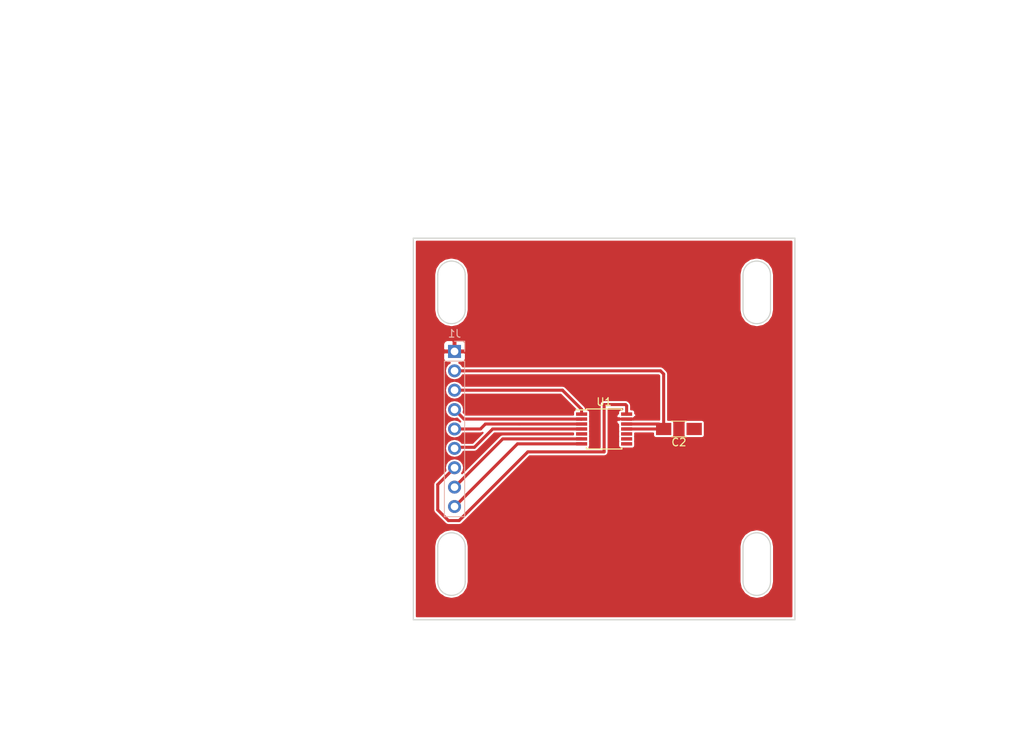
<source format=kicad_pcb>
(kicad_pcb (version 4) (host pcbnew 4.0.7)

  (general
    (links 11)
    (no_connects 0)
    (area 79.634304 63.199681 217.85 162.900001)
    (thickness 1.6)
    (drawings 24)
    (tracks 41)
    (zones 0)
    (modules 3)
    (nets 10)
  )

  (page A4)
  (layers
    (0 F.Cu signal)
    (31 B.Cu signal)
    (32 B.Adhes user)
    (33 F.Adhes user)
    (34 B.Paste user)
    (35 F.Paste user)
    (36 B.SilkS user)
    (37 F.SilkS user)
    (38 B.Mask user)
    (39 F.Mask user)
    (40 Dwgs.User user)
    (41 Cmts.User user)
    (42 Eco1.User user)
    (43 Eco2.User user)
    (44 Edge.Cuts user)
    (45 Margin user)
    (46 B.CrtYd user)
    (47 F.CrtYd user)
    (48 B.Fab user)
    (49 F.Fab user)
  )

  (setup
    (last_trace_width 0.4)
    (trace_clearance 0.2)
    (zone_clearance 0.254)
    (zone_45_only no)
    (trace_min 0.4)
    (segment_width 0.2)
    (edge_width 0.15)
    (via_size 0.6)
    (via_drill 0.4)
    (via_min_size 0.4)
    (via_min_drill 0.3)
    (uvia_size 0.3)
    (uvia_drill 0.1)
    (uvias_allowed no)
    (uvia_min_size 0.2)
    (uvia_min_drill 0.1)
    (pcb_text_width 0.3)
    (pcb_text_size 1.5 1.5)
    (mod_edge_width 0.15)
    (mod_text_size 1 1)
    (mod_text_width 0.15)
    (pad_size 1.524 1.524)
    (pad_drill 0.762)
    (pad_to_mask_clearance 0.2)
    (aux_axis_origin 0 0)
    (visible_elements FFFFFF7F)
    (pcbplotparams
      (layerselection 0x01000_00000001)
      (usegerberextensions false)
      (excludeedgelayer true)
      (linewidth 0.100000)
      (plotframeref false)
      (viasonmask false)
      (mode 1)
      (useauxorigin false)
      (hpglpennumber 1)
      (hpglpenspeed 20)
      (hpglpendiameter 15)
      (hpglpenoverlay 2)
      (psnegative false)
      (psa4output false)
      (plotreference true)
      (plotvalue true)
      (plotinvisibletext false)
      (padsonsilk false)
      (subtractmaskfromsilk false)
      (outputformat 1)
      (mirror false)
      (drillshape 0)
      (scaleselection 1)
      (outputdirectory gerbers))
  )

  (net 0 "")
  (net 1 /GND)
  (net 2 /VDD)
  (net 3 /MOSI)
  (net 4 /MISO)
  (net 5 /SCLK)
  (net 6 /CS)
  (net 7 "Net-(J1-Pad8)")
  (net 8 "Net-(J1-Pad9)")
  (net 9 /INDEX)

  (net_class Default "This is the default net class."
    (clearance 0.2)
    (trace_width 0.4)
    (via_dia 0.6)
    (via_drill 0.4)
    (uvia_dia 0.3)
    (uvia_drill 0.1)
    (add_net /CS)
    (add_net /GND)
    (add_net /INDEX)
    (add_net /MISO)
    (add_net /MOSI)
    (add_net /SCLK)
    (add_net /VDD)
    (add_net "Net-(J1-Pad8)")
    (add_net "Net-(J1-Pad9)")
  )

  (net_class wat ""
    (clearance 0.2)
    (trace_width 0.5)
    (via_dia 0.6)
    (via_drill 0.4)
    (uvia_dia 0.3)
    (uvia_drill 0.1)
  )

  (module Capacitors_SMD:C_1206_HandSoldering (layer F.Cu) (tedit 58AA84D1) (tstamp 5A397428)
    (at 168.8 119 180)
    (descr "Capacitor SMD 1206, hand soldering")
    (tags "capacitor 1206")
    (path /5A397350)
    (attr smd)
    (fp_text reference C2 (at 0 -1.75 180) (layer F.SilkS)
      (effects (font (size 1 1) (thickness 0.15)))
    )
    (fp_text value 100nF (at 0 2 180) (layer F.Fab)
      (effects (font (size 1 1) (thickness 0.15)))
    )
    (fp_text user %R (at 0 -1.75 180) (layer F.Fab)
      (effects (font (size 1 1) (thickness 0.15)))
    )
    (fp_line (start -1.6 0.8) (end -1.6 -0.8) (layer F.Fab) (width 0.1))
    (fp_line (start 1.6 0.8) (end -1.6 0.8) (layer F.Fab) (width 0.1))
    (fp_line (start 1.6 -0.8) (end 1.6 0.8) (layer F.Fab) (width 0.1))
    (fp_line (start -1.6 -0.8) (end 1.6 -0.8) (layer F.Fab) (width 0.1))
    (fp_line (start 1 -1.02) (end -1 -1.02) (layer F.SilkS) (width 0.12))
    (fp_line (start -1 1.02) (end 1 1.02) (layer F.SilkS) (width 0.12))
    (fp_line (start -3.25 -1.05) (end 3.25 -1.05) (layer F.CrtYd) (width 0.05))
    (fp_line (start -3.25 -1.05) (end -3.25 1.05) (layer F.CrtYd) (width 0.05))
    (fp_line (start 3.25 1.05) (end 3.25 -1.05) (layer F.CrtYd) (width 0.05))
    (fp_line (start 3.25 1.05) (end -3.25 1.05) (layer F.CrtYd) (width 0.05))
    (pad 1 smd rect (at -2 0 180) (size 2 1.6) (layers F.Cu F.Paste F.Mask))
    (pad 2 smd rect (at 2 0 180) (size 2 1.6) (layers F.Cu F.Paste F.Mask)
      (net 2 /VDD))
    (model Capacitors_SMD.3dshapes/C_1206.wrl
      (at (xyz 0 0 0))
      (scale (xyz 1 1 1))
      (rotate (xyz 0 0 0))
    )
  )

  (module Housings_SSOP:TSSOP-14_4.4x5mm_Pitch0.65mm (layer F.Cu) (tedit 54130A77) (tstamp 5A397444)
    (at 159 119)
    (descr "14-Lead Plastic Thin Shrink Small Outline (ST)-4.4 mm Body [TSSOP] (see Microchip Packaging Specification 00000049BS.pdf)")
    (tags "SSOP 0.65")
    (path /5A396F63)
    (attr smd)
    (fp_text reference U1 (at 0 -3.55) (layer F.SilkS)
      (effects (font (size 1 1) (thickness 0.15)))
    )
    (fp_text value AS5047 (at 0 3.55) (layer F.Fab)
      (effects (font (size 1 1) (thickness 0.15)))
    )
    (fp_line (start -1.2 -2.5) (end 2.2 -2.5) (layer F.Fab) (width 0.15))
    (fp_line (start 2.2 -2.5) (end 2.2 2.5) (layer F.Fab) (width 0.15))
    (fp_line (start 2.2 2.5) (end -2.2 2.5) (layer F.Fab) (width 0.15))
    (fp_line (start -2.2 2.5) (end -2.2 -1.5) (layer F.Fab) (width 0.15))
    (fp_line (start -2.2 -1.5) (end -1.2 -2.5) (layer F.Fab) (width 0.15))
    (fp_line (start -3.95 -2.8) (end -3.95 2.8) (layer F.CrtYd) (width 0.05))
    (fp_line (start 3.95 -2.8) (end 3.95 2.8) (layer F.CrtYd) (width 0.05))
    (fp_line (start -3.95 -2.8) (end 3.95 -2.8) (layer F.CrtYd) (width 0.05))
    (fp_line (start -3.95 2.8) (end 3.95 2.8) (layer F.CrtYd) (width 0.05))
    (fp_line (start -2.325 -2.625) (end -2.325 -2.5) (layer F.SilkS) (width 0.15))
    (fp_line (start 2.325 -2.625) (end 2.325 -2.4) (layer F.SilkS) (width 0.15))
    (fp_line (start 2.325 2.625) (end 2.325 2.4) (layer F.SilkS) (width 0.15))
    (fp_line (start -2.325 2.625) (end -2.325 2.4) (layer F.SilkS) (width 0.15))
    (fp_line (start -2.325 -2.625) (end 2.325 -2.625) (layer F.SilkS) (width 0.15))
    (fp_line (start -2.325 2.625) (end 2.325 2.625) (layer F.SilkS) (width 0.15))
    (fp_line (start -2.325 -2.5) (end -3.675 -2.5) (layer F.SilkS) (width 0.15))
    (fp_text user %R (at 0 0) (layer F.Fab)
      (effects (font (size 0.8 0.8) (thickness 0.15)))
    )
    (pad 1 smd rect (at -2.95 -1.95) (size 1.45 0.45) (layers F.Cu F.Paste F.Mask)
      (net 6 /CS))
    (pad 2 smd rect (at -2.95 -1.3) (size 1.45 0.45) (layers F.Cu F.Paste F.Mask)
      (net 5 /SCLK))
    (pad 3 smd rect (at -2.95 -0.65) (size 1.45 0.45) (layers F.Cu F.Paste F.Mask)
      (net 4 /MISO))
    (pad 4 smd rect (at -2.95 0) (size 1.45 0.45) (layers F.Cu F.Paste F.Mask)
      (net 3 /MOSI))
    (pad 5 smd rect (at -2.95 0.65) (size 1.45 0.45) (layers F.Cu F.Paste F.Mask))
    (pad 6 smd rect (at -2.95 1.3) (size 1.45 0.45) (layers F.Cu F.Paste F.Mask)
      (net 7 "Net-(J1-Pad8)"))
    (pad 7 smd rect (at -2.95 1.95) (size 1.45 0.45) (layers F.Cu F.Paste F.Mask)
      (net 8 "Net-(J1-Pad9)"))
    (pad 8 smd rect (at 2.95 1.95) (size 1.45 0.45) (layers F.Cu F.Paste F.Mask))
    (pad 9 smd rect (at 2.95 1.3) (size 1.45 0.45) (layers F.Cu F.Paste F.Mask))
    (pad 10 smd rect (at 2.95 0.65) (size 1.45 0.45) (layers F.Cu F.Paste F.Mask))
    (pad 11 smd rect (at 2.95 0) (size 1.45 0.45) (layers F.Cu F.Paste F.Mask)
      (net 2 /VDD))
    (pad 12 smd rect (at 2.95 -0.65) (size 1.45 0.45) (layers F.Cu F.Paste F.Mask)
      (net 2 /VDD))
    (pad 13 smd rect (at 2.95 -1.3) (size 1.45 0.45) (layers F.Cu F.Paste F.Mask)
      (net 1 /GND))
    (pad 14 smd rect (at 2.95 -1.95) (size 1.45 0.45) (layers F.Cu F.Paste F.Mask)
      (net 9 /INDEX))
    (model ${KISYS3DMOD}/Housings_SSOP.3dshapes/TSSOP-14_4.4x5mm_Pitch0.65mm.wrl
      (at (xyz 0 0 0))
      (scale (xyz 1 1 1))
      (rotate (xyz 0 0 0))
    )
  )

  (module Pin_Headers:Pin_Header_Straight_1x09_Pitch2.54mm (layer B.Cu) (tedit 59650532) (tstamp 5A483ADB)
    (at 139.4 108.84 180)
    (descr "Through hole straight pin header, 1x09, 2.54mm pitch, single row")
    (tags "Through hole pin header THT 1x09 2.54mm single row")
    (path /5A483B69)
    (fp_text reference J1 (at 0 2.33 180) (layer B.SilkS)
      (effects (font (size 1 1) (thickness 0.15)) (justify mirror))
    )
    (fp_text value Conn_01x09 (at 0 -22.65 180) (layer B.Fab)
      (effects (font (size 1 1) (thickness 0.15)) (justify mirror))
    )
    (fp_line (start -0.635 1.27) (end 1.27 1.27) (layer B.Fab) (width 0.1))
    (fp_line (start 1.27 1.27) (end 1.27 -21.59) (layer B.Fab) (width 0.1))
    (fp_line (start 1.27 -21.59) (end -1.27 -21.59) (layer B.Fab) (width 0.1))
    (fp_line (start -1.27 -21.59) (end -1.27 0.635) (layer B.Fab) (width 0.1))
    (fp_line (start -1.27 0.635) (end -0.635 1.27) (layer B.Fab) (width 0.1))
    (fp_line (start -1.33 -21.65) (end 1.33 -21.65) (layer B.SilkS) (width 0.12))
    (fp_line (start -1.33 -1.27) (end -1.33 -21.65) (layer B.SilkS) (width 0.12))
    (fp_line (start 1.33 -1.27) (end 1.33 -21.65) (layer B.SilkS) (width 0.12))
    (fp_line (start -1.33 -1.27) (end 1.33 -1.27) (layer B.SilkS) (width 0.12))
    (fp_line (start -1.33 0) (end -1.33 1.33) (layer B.SilkS) (width 0.12))
    (fp_line (start -1.33 1.33) (end 0 1.33) (layer B.SilkS) (width 0.12))
    (fp_line (start -1.8 1.8) (end -1.8 -22.1) (layer B.CrtYd) (width 0.05))
    (fp_line (start -1.8 -22.1) (end 1.8 -22.1) (layer B.CrtYd) (width 0.05))
    (fp_line (start 1.8 -22.1) (end 1.8 1.8) (layer B.CrtYd) (width 0.05))
    (fp_line (start 1.8 1.8) (end -1.8 1.8) (layer B.CrtYd) (width 0.05))
    (fp_text user %R (at 0 -10.16 450) (layer B.Fab)
      (effects (font (size 1 1) (thickness 0.15)) (justify mirror))
    )
    (pad 1 thru_hole rect (at 0 0 180) (size 1.7 1.7) (drill 1) (layers *.Cu *.Mask)
      (net 1 /GND))
    (pad 2 thru_hole oval (at 0 -2.54 180) (size 1.7 1.7) (drill 1) (layers *.Cu *.Mask)
      (net 2 /VDD))
    (pad 3 thru_hole oval (at 0 -5.08 180) (size 1.7 1.7) (drill 1) (layers *.Cu *.Mask)
      (net 6 /CS))
    (pad 4 thru_hole oval (at 0 -7.62 180) (size 1.7 1.7) (drill 1) (layers *.Cu *.Mask)
      (net 5 /SCLK))
    (pad 5 thru_hole oval (at 0 -10.16 180) (size 1.7 1.7) (drill 1) (layers *.Cu *.Mask)
      (net 4 /MISO))
    (pad 6 thru_hole oval (at 0 -12.7 180) (size 1.7 1.7) (drill 1) (layers *.Cu *.Mask)
      (net 3 /MOSI))
    (pad 7 thru_hole oval (at 0 -15.24 180) (size 1.7 1.7) (drill 1) (layers *.Cu *.Mask)
      (net 9 /INDEX))
    (pad 8 thru_hole oval (at 0 -17.78 180) (size 1.7 1.7) (drill 1) (layers *.Cu *.Mask)
      (net 7 "Net-(J1-Pad8)"))
    (pad 9 thru_hole oval (at 0 -20.32 180) (size 1.7 1.7) (drill 1) (layers *.Cu *.Mask)
      (net 8 "Net-(J1-Pad9)"))
    (model ${KISYS3DMOD}/Pin_Headers.3dshapes/Pin_Header_Straight_1x09_Pitch2.54mm.wrl
      (at (xyz 0 0 0))
      (scale (xyz 1 1 1))
      (rotate (xyz 0 0 0))
    )
  )

  (gr_arc (start 179 103.4) (end 180.8 103.4) (angle 180) (layer Edge.Cuts) (width 0.15) (tstamp 5A483F5A))
  (gr_arc (start 179 98.8) (end 177.2 98.8) (angle 180) (layer Edge.Cuts) (width 0.15) (tstamp 5A483F59))
  (gr_line (start 177.2 98.8) (end 177.2 103.4) (layer Edge.Cuts) (width 0.15) (tstamp 5A483F58))
  (gr_line (start 180.8 98.8) (end 180.8 103.4) (layer Edge.Cuts) (width 0.15) (tstamp 5A483F57))
  (gr_arc (start 139 103.4) (end 140.8 103.4) (angle 180) (layer Edge.Cuts) (width 0.15) (tstamp 5A483F56))
  (gr_arc (start 139 98.8) (end 137.2 98.8) (angle 180) (layer Edge.Cuts) (width 0.15) (tstamp 5A483F55))
  (gr_line (start 137.2 98.8) (end 137.2 103.4) (layer Edge.Cuts) (width 0.15) (tstamp 5A483F54))
  (gr_line (start 140.8 98.8) (end 140.8 103.4) (layer Edge.Cuts) (width 0.15) (tstamp 5A483F53))
  (gr_arc (start 139 139) (end 140.8 139) (angle 180) (layer Edge.Cuts) (width 0.15) (tstamp 5A483F52))
  (gr_arc (start 139 134.4) (end 137.2 134.4) (angle 180) (layer Edge.Cuts) (width 0.15) (tstamp 5A483F51))
  (gr_line (start 137.2 134.4) (end 137.2 139) (layer Edge.Cuts) (width 0.15) (tstamp 5A483F50))
  (gr_line (start 140.8 134.4) (end 140.8 139) (layer Edge.Cuts) (width 0.15) (tstamp 5A483F4F))
  (gr_line (start 177.2 134.4) (end 177.2 139) (layer Edge.Cuts) (width 0.15))
  (gr_line (start 180.8 134.4) (end 180.8 139) (layer Edge.Cuts) (width 0.15))
  (gr_arc (start 179 134.4) (end 177.2 134.4) (angle 180) (layer Edge.Cuts) (width 0.15) (tstamp 5A483F21))
  (gr_arc (start 179 139) (end 180.8 139) (angle 180) (layer Edge.Cuts) (width 0.15))
  (dimension 25 (width 0.3) (layer Eco2.User)
    (gr_text "25.000 mm" (at 171.5 161.55) (layer Eco2.User)
      (effects (font (size 1.5 1.5) (thickness 0.3)))
    )
    (feature1 (pts (xy 159 94) (xy 159 162.9)))
    (feature2 (pts (xy 184 94) (xy 184 162.9)))
    (crossbar (pts (xy 184 160.2) (xy 159 160.2)))
    (arrow1a (pts (xy 159 160.2) (xy 160.126504 159.613579)))
    (arrow1b (pts (xy 159 160.2) (xy 160.126504 160.786421)))
    (arrow2a (pts (xy 184 160.2) (xy 182.873496 159.613579)))
    (arrow2b (pts (xy 184 160.2) (xy 182.873496 160.786421)))
  )
  (dimension 25 (width 0.3) (layer Eco2.User)
    (gr_text "25.000 mm" (at 211.35 106.5 270) (layer Eco2.User)
      (effects (font (size 1.5 1.5) (thickness 0.3)))
    )
    (feature1 (pts (xy 134 119) (xy 212.7 119)))
    (feature2 (pts (xy 134 94) (xy 212.7 94)))
    (crossbar (pts (xy 210 94) (xy 210 119)))
    (arrow1a (pts (xy 210 119) (xy 209.413579 117.873496)))
    (arrow1b (pts (xy 210 119) (xy 210.586421 117.873496)))
    (arrow2a (pts (xy 210 94) (xy 209.413579 95.126504)))
    (arrow2b (pts (xy 210 94) (xy 210.586421 95.126504)))
  )
  (gr_line (start 134 144) (end 134 94) (layer Edge.Cuts) (width 0.15))
  (gr_line (start 184 144) (end 134 144) (layer Edge.Cuts) (width 0.15))
  (gr_line (start 184 94) (end 184 144) (layer Edge.Cuts) (width 0.15))
  (gr_line (start 134 94) (end 184 94) (layer Edge.Cuts) (width 0.15))
  (dimension 50 (width 0.3) (layer Eco1.User)
    (gr_text "50.000 mm" (at 86.134303 119.280367 270) (layer Eco1.User)
      (effects (font (size 1.5 1.5) (thickness 0.3)))
    )
    (feature1 (pts (xy 133.884303 144.280367) (xy 84.784303 144.280367)))
    (feature2 (pts (xy 133.884303 94.280367) (xy 84.784303 94.280367)))
    (crossbar (pts (xy 87.484303 94.280367) (xy 87.484303 144.280367)))
    (arrow1a (pts (xy 87.484303 144.280367) (xy 86.897882 143.153863)))
    (arrow1b (pts (xy 87.484303 144.280367) (xy 88.070724 143.153863)))
    (arrow2a (pts (xy 87.484303 94.280367) (xy 86.897882 95.406871)))
    (arrow2b (pts (xy 87.484303 94.280367) (xy 88.070724 95.406871)))
  )
  (dimension 50.0004 (width 0.3) (layer Eco1.User)
    (gr_text "50.000 mm" (at 159.018392 64.64967 359.7708181) (layer Eco1.User)
      (effects (font (size 1.5 1.5) (thickness 0.3)))
    )
    (feature1 (pts (xy 133.900085 94.126407) (xy 134.023792 63.199681)))
    (feature2 (pts (xy 183.900085 94.326407) (xy 184.023792 63.399681)))
    (crossbar (pts (xy 184.012992 66.099659) (xy 134.012992 65.899659)))
    (arrow1a (pts (xy 134.012992 65.899659) (xy 135.141832 65.317749)))
    (arrow1b (pts (xy 134.012992 65.899659) (xy 135.137141 66.490581)))
    (arrow2a (pts (xy 184.012992 66.099659) (xy 182.888843 65.508737)))
    (arrow2b (pts (xy 184.012992 66.099659) (xy 182.884152 66.681569)))
  )

  (segment (start 163.075001 117.501457) (end 163.2 117.376458) (width 0.4) (layer F.Cu) (net 1))
  (segment (start 162.876458 117.7) (end 163.075001 117.501457) (width 0.4) (layer F.Cu) (net 1))
  (segment (start 161.95 117.7) (end 162.876458 117.7) (width 0.4) (layer F.Cu) (net 1))
  (segment (start 166.8 119) (end 166.8 111.8) (width 0.4) (layer F.Cu) (net 2))
  (segment (start 166.8 111.8) (end 166.38 111.38) (width 0.4) (layer F.Cu) (net 2))
  (segment (start 166.38 111.38) (end 140.602081 111.38) (width 0.4) (layer F.Cu) (net 2))
  (segment (start 140.602081 111.38) (end 139.4 111.38) (width 0.4) (layer F.Cu) (net 2))
  (segment (start 161.95 119) (end 163.075 119) (width 0.4) (layer F.Cu) (net 2))
  (segment (start 163.075 119) (end 166.8 119) (width 0.4) (layer F.Cu) (net 2))
  (segment (start 161.95 118.35) (end 166.15 118.35) (width 0.4) (layer F.Cu) (net 2))
  (segment (start 166.15 118.35) (end 166.8 119) (width 0.4) (layer F.Cu) (net 2))
  (segment (start 156.05 119) (end 144.4 119) (width 0.4) (layer F.Cu) (net 3))
  (segment (start 144.4 119) (end 142 121.4) (width 0.4) (layer F.Cu) (net 3))
  (segment (start 142 121.4) (end 139.54 121.4) (width 0.4) (layer F.Cu) (net 3))
  (segment (start 139.54 121.4) (end 139.4 121.54) (width 0.4) (layer F.Cu) (net 3))
  (segment (start 139.4 119) (end 142.8 119) (width 0.4) (layer F.Cu) (net 4))
  (segment (start 142.8 119) (end 143.45 118.35) (width 0.4) (layer F.Cu) (net 4))
  (segment (start 143.45 118.35) (end 148 118.35) (width 0.4) (layer F.Cu) (net 4))
  (segment (start 156.05 118.35) (end 148 118.35) (width 0.4) (layer F.Cu) (net 4))
  (segment (start 148 118.35) (end 147.71 118.35) (width 0.4) (layer F.Cu) (net 4))
  (segment (start 156.05 117.7) (end 140.64 117.7) (width 0.4) (layer F.Cu) (net 5))
  (segment (start 140.64 117.7) (end 139.4 116.46) (width 0.4) (layer F.Cu) (net 5))
  (segment (start 156.03 117.72) (end 156.05 117.7) (width 0.4) (layer F.Cu) (net 5))
  (segment (start 139.4 113.92) (end 153.545 113.92) (width 0.4) (layer F.Cu) (net 6))
  (segment (start 153.545 113.92) (end 156.05 116.425) (width 0.4) (layer F.Cu) (net 6))
  (segment (start 156.05 116.425) (end 156.05 117.05) (width 0.4) (layer F.Cu) (net 6))
  (segment (start 139.4 126.62) (end 145.72 120.3) (width 0.4) (layer F.Cu) (net 7))
  (segment (start 145.72 120.3) (end 156.05 120.3) (width 0.4) (layer F.Cu) (net 7))
  (segment (start 139.4 129.16) (end 139.44 129.16) (width 0.4) (layer F.Cu) (net 8))
  (segment (start 139.44 129.16) (end 147.65 120.95) (width 0.4) (layer F.Cu) (net 8))
  (segment (start 147.65 120.95) (end 156.05 120.95) (width 0.4) (layer F.Cu) (net 8))
  (segment (start 139.4 124.08) (end 137.2 126.28) (width 0.4) (layer F.Cu) (net 9))
  (segment (start 137.2 126.28) (end 137.2 129.6) (width 0.4) (layer F.Cu) (net 9))
  (segment (start 137.2 129.6) (end 138.6 131) (width 0.4) (layer F.Cu) (net 9))
  (segment (start 138.6 131) (end 140 131) (width 0.4) (layer F.Cu) (net 9))
  (segment (start 140 131) (end 149 122) (width 0.4) (layer F.Cu) (net 9))
  (segment (start 149 122) (end 159 122) (width 0.4) (layer F.Cu) (net 9))
  (segment (start 159 122) (end 159 115.8) (width 0.4) (layer F.Cu) (net 9))
  (segment (start 159 115.8) (end 161.8 115.8) (width 0.4) (layer F.Cu) (net 9))
  (segment (start 161.8 115.8) (end 161.95 115.95) (width 0.4) (layer F.Cu) (net 9))
  (segment (start 161.95 115.95) (end 161.95 117.05) (width 0.4) (layer F.Cu) (net 9))

  (zone (net 1) (net_name /GND) (layer F.Cu) (tstamp 0) (hatch edge 0.508)
    (connect_pads (clearance 0.254))
    (min_thickness 0.254)
    (fill yes (arc_segments 16) (thermal_gap 0.508) (thermal_bridge_width 0.508))
    (polygon
      (pts
        (xy 134 94) (xy 184 94) (xy 184 144) (xy 134 144)
      )
    )
    (filled_polygon
      (pts
        (xy 183.544 143.544) (xy 134.456 143.544) (xy 134.456 134.4) (xy 136.744 134.4) (xy 136.744 139)
        (xy 136.752762 139.04405) (xy 136.752762 139.088961) (xy 136.889779 139.777791) (xy 136.957867 139.94217) (xy 137.348058 140.526132)
        (xy 137.473868 140.651942) (xy 138.05783 141.042133) (xy 138.222209 141.110221) (xy 138.911039 141.247238) (xy 139.088961 141.247238)
        (xy 139.777791 141.110221) (xy 139.94217 141.042133) (xy 140.526132 140.651942) (xy 140.651942 140.526132) (xy 141.042133 139.94217)
        (xy 141.110221 139.777791) (xy 141.247238 139.088961) (xy 141.247238 139.04405) (xy 141.256 139) (xy 141.256 134.4)
        (xy 176.744 134.4) (xy 176.744 139) (xy 176.752762 139.04405) (xy 176.752762 139.088961) (xy 176.889779 139.777791)
        (xy 176.957867 139.94217) (xy 177.348058 140.526132) (xy 177.473868 140.651942) (xy 178.05783 141.042133) (xy 178.222209 141.110221)
        (xy 178.911039 141.247238) (xy 179.088961 141.247238) (xy 179.777791 141.110221) (xy 179.94217 141.042133) (xy 180.526132 140.651942)
        (xy 180.651942 140.526132) (xy 181.042133 139.94217) (xy 181.110221 139.777791) (xy 181.247238 139.088961) (xy 181.247238 139.04405)
        (xy 181.256 139) (xy 181.256 134.4) (xy 181.247238 134.35595) (xy 181.247238 134.311039) (xy 181.110221 133.622209)
        (xy 181.042133 133.45783) (xy 180.651942 132.873868) (xy 180.526132 132.748058) (xy 179.94217 132.357867) (xy 179.777791 132.289779)
        (xy 179.088961 132.152762) (xy 178.911039 132.152762) (xy 178.222209 132.289779) (xy 178.05783 132.357867) (xy 177.473868 132.748058)
        (xy 177.348058 132.873868) (xy 176.957867 133.45783) (xy 176.889779 133.622209) (xy 176.752762 134.311039) (xy 176.752762 134.35595)
        (xy 176.744 134.4) (xy 141.256 134.4) (xy 141.247238 134.35595) (xy 141.247238 134.311039) (xy 141.110221 133.622209)
        (xy 141.042133 133.45783) (xy 140.651942 132.873868) (xy 140.526132 132.748058) (xy 139.94217 132.357867) (xy 139.777791 132.289779)
        (xy 139.088961 132.152762) (xy 138.911039 132.152762) (xy 138.222209 132.289779) (xy 138.05783 132.357867) (xy 137.473868 132.748058)
        (xy 137.348058 132.873868) (xy 136.957867 133.45783) (xy 136.889779 133.622209) (xy 136.752762 134.311039) (xy 136.752762 134.35595)
        (xy 136.744 134.4) (xy 134.456 134.4) (xy 134.456 126.28) (xy 136.619 126.28) (xy 136.619 129.6)
        (xy 136.663226 129.822339) (xy 136.789171 130.010829) (xy 138.189171 131.410829) (xy 138.377661 131.536774) (xy 138.6 131.581)
        (xy 140 131.581) (xy 140.222339 131.536774) (xy 140.410829 131.410829) (xy 149.240658 122.581) (xy 159 122.581)
        (xy 159.222339 122.536774) (xy 159.410829 122.410829) (xy 159.536774 122.222339) (xy 159.581 122) (xy 159.581 116.381)
        (xy 161.369 116.381) (xy 161.369 116.436536) (xy 161.225 116.436536) (xy 161.08381 116.463103) (xy 160.954135 116.546546)
        (xy 160.867141 116.673866) (xy 160.836536 116.825) (xy 160.836536 116.965439) (xy 160.686673 117.115301) (xy 160.59 117.34869)
        (xy 160.59 117.42875) (xy 160.74875 117.5875) (xy 161.007481 117.5875) (xy 161.073866 117.632859) (xy 161.225 117.663464)
        (xy 162.675 117.663464) (xy 162.81619 117.636897) (xy 162.892956 117.5875) (xy 163.15125 117.5875) (xy 163.31 117.42875)
        (xy 163.31 117.34869) (xy 163.213327 117.115301) (xy 163.063464 116.965439) (xy 163.063464 116.825) (xy 163.036897 116.68381)
        (xy 162.953454 116.554135) (xy 162.826134 116.467141) (xy 162.675 116.436536) (xy 162.531 116.436536) (xy 162.531 115.95)
        (xy 162.486774 115.727661) (xy 162.360829 115.539171) (xy 162.210829 115.389171) (xy 162.022339 115.263226) (xy 161.8 115.219)
        (xy 159 115.219) (xy 158.777661 115.263226) (xy 158.589171 115.389171) (xy 158.463226 115.577661) (xy 158.419 115.8)
        (xy 158.419 121.419) (xy 157.069406 121.419) (xy 157.132859 121.326134) (xy 157.163464 121.175) (xy 157.163464 120.725)
        (xy 157.143957 120.62133) (xy 157.163464 120.525) (xy 157.163464 120.075) (xy 157.143957 119.97133) (xy 157.163464 119.875)
        (xy 157.163464 119.425) (xy 157.143957 119.32133) (xy 157.163464 119.225) (xy 157.163464 118.775) (xy 157.143957 118.67133)
        (xy 157.163464 118.575) (xy 157.163464 118.125) (xy 157.143957 118.02133) (xy 157.163464 117.925) (xy 157.163464 117.475)
        (xy 157.143957 117.37133) (xy 157.163464 117.275) (xy 157.163464 116.825) (xy 157.136897 116.68381) (xy 157.053454 116.554135)
        (xy 156.926134 116.467141) (xy 156.775 116.436536) (xy 156.631 116.436536) (xy 156.631 116.425) (xy 156.586774 116.202661)
        (xy 156.460829 116.014171) (xy 153.955829 113.509171) (xy 153.767339 113.383226) (xy 153.545 113.339) (xy 140.487969 113.339)
        (xy 140.294565 113.049552) (xy 139.8952 112.782704) (xy 139.424117 112.689) (xy 139.375883 112.689) (xy 138.9048 112.782704)
        (xy 138.505435 113.049552) (xy 138.238587 113.448917) (xy 138.144883 113.92) (xy 138.238587 114.391083) (xy 138.505435 114.790448)
        (xy 138.9048 115.057296) (xy 139.375883 115.151) (xy 139.424117 115.151) (xy 139.8952 115.057296) (xy 140.294565 114.790448)
        (xy 140.487969 114.501) (xy 153.304342 114.501) (xy 155.253358 116.450016) (xy 155.18381 116.463103) (xy 155.054135 116.546546)
        (xy 154.967141 116.673866) (xy 154.936536 116.825) (xy 154.936536 117.119) (xy 140.880658 117.119) (xy 140.583202 116.821544)
        (xy 140.655117 116.46) (xy 140.561413 115.988917) (xy 140.294565 115.589552) (xy 139.8952 115.322704) (xy 139.424117 115.229)
        (xy 139.375883 115.229) (xy 138.9048 115.322704) (xy 138.505435 115.589552) (xy 138.238587 115.988917) (xy 138.144883 116.46)
        (xy 138.238587 116.931083) (xy 138.505435 117.330448) (xy 138.9048 117.597296) (xy 139.375883 117.691) (xy 139.424117 117.691)
        (xy 139.745429 117.627087) (xy 140.153913 118.035571) (xy 139.8952 117.862704) (xy 139.424117 117.769) (xy 139.375883 117.769)
        (xy 138.9048 117.862704) (xy 138.505435 118.129552) (xy 138.238587 118.528917) (xy 138.144883 119) (xy 138.238587 119.471083)
        (xy 138.505435 119.870448) (xy 138.9048 120.137296) (xy 139.375883 120.231) (xy 139.424117 120.231) (xy 139.8952 120.137296)
        (xy 140.294565 119.870448) (xy 140.487969 119.581) (xy 142.8 119.581) (xy 143.022339 119.536774) (xy 143.080289 119.498053)
        (xy 141.759342 120.819) (xy 140.394423 120.819) (xy 140.294565 120.669552) (xy 139.8952 120.402704) (xy 139.424117 120.309)
        (xy 139.375883 120.309) (xy 138.9048 120.402704) (xy 138.505435 120.669552) (xy 138.238587 121.068917) (xy 138.144883 121.54)
        (xy 138.238587 122.011083) (xy 138.505435 122.410448) (xy 138.9048 122.677296) (xy 139.375883 122.771) (xy 139.424117 122.771)
        (xy 139.8952 122.677296) (xy 140.294565 122.410448) (xy 140.561413 122.011083) (xy 140.567397 121.981) (xy 142 121.981)
        (xy 142.222339 121.936774) (xy 142.410829 121.810829) (xy 144.640658 119.581) (xy 154.936536 119.581) (xy 154.936536 119.719)
        (xy 145.72 119.719) (xy 145.497661 119.763226) (xy 145.309171 119.889171) (xy 140.388546 124.809796) (xy 140.561413 124.551083)
        (xy 140.655117 124.08) (xy 140.561413 123.608917) (xy 140.294565 123.209552) (xy 139.8952 122.942704) (xy 139.424117 122.849)
        (xy 139.375883 122.849) (xy 138.9048 122.942704) (xy 138.505435 123.209552) (xy 138.238587 123.608917) (xy 138.144883 124.08)
        (xy 138.216798 124.441544) (xy 136.789171 125.869171) (xy 136.663226 126.057661) (xy 136.619 126.28) (xy 134.456 126.28)
        (xy 134.456 109.12575) (xy 137.915 109.12575) (xy 137.915 109.81631) (xy 138.011673 110.049699) (xy 138.190302 110.228327)
        (xy 138.423691 110.325) (xy 138.781636 110.325) (xy 138.505435 110.509552) (xy 138.238587 110.908917) (xy 138.144883 111.38)
        (xy 138.238587 111.851083) (xy 138.505435 112.250448) (xy 138.9048 112.517296) (xy 139.375883 112.611) (xy 139.424117 112.611)
        (xy 139.8952 112.517296) (xy 140.294565 112.250448) (xy 140.487969 111.961) (xy 166.139342 111.961) (xy 166.219 112.040658)
        (xy 166.219 117.782725) (xy 166.15 117.769) (xy 162.828855 117.769) (xy 162.826134 117.767141) (xy 162.675 117.736536)
        (xy 161.225 117.736536) (xy 161.08381 117.763103) (xy 161.007044 117.8125) (xy 160.74875 117.8125) (xy 160.59 117.97125)
        (xy 160.59 118.05131) (xy 160.686673 118.284699) (xy 160.836536 118.434561) (xy 160.836536 118.575) (xy 160.856043 118.67867)
        (xy 160.836536 118.775) (xy 160.836536 119.225) (xy 160.856043 119.32867) (xy 160.836536 119.425) (xy 160.836536 119.875)
        (xy 160.856043 119.97867) (xy 160.836536 120.075) (xy 160.836536 120.525) (xy 160.856043 120.62867) (xy 160.836536 120.725)
        (xy 160.836536 121.175) (xy 160.863103 121.31619) (xy 160.946546 121.445865) (xy 161.073866 121.532859) (xy 161.225 121.563464)
        (xy 162.675 121.563464) (xy 162.81619 121.536897) (xy 162.945865 121.453454) (xy 163.032859 121.326134) (xy 163.063464 121.175)
        (xy 163.063464 120.725) (xy 163.043957 120.62133) (xy 163.063464 120.525) (xy 163.063464 120.075) (xy 163.043957 119.97133)
        (xy 163.063464 119.875) (xy 163.063464 119.581) (xy 165.411536 119.581) (xy 165.411536 119.8) (xy 165.438103 119.94119)
        (xy 165.521546 120.070865) (xy 165.648866 120.157859) (xy 165.8 120.188464) (xy 167.8 120.188464) (xy 167.94119 120.161897)
        (xy 168.070865 120.078454) (xy 168.157859 119.951134) (xy 168.188464 119.8) (xy 168.188464 118.2) (xy 169.411536 118.2)
        (xy 169.411536 119.8) (xy 169.438103 119.94119) (xy 169.521546 120.070865) (xy 169.648866 120.157859) (xy 169.8 120.188464)
        (xy 171.8 120.188464) (xy 171.94119 120.161897) (xy 172.070865 120.078454) (xy 172.157859 119.951134) (xy 172.188464 119.8)
        (xy 172.188464 118.2) (xy 172.161897 118.05881) (xy 172.078454 117.929135) (xy 171.951134 117.842141) (xy 171.8 117.811536)
        (xy 169.8 117.811536) (xy 169.65881 117.838103) (xy 169.529135 117.921546) (xy 169.442141 118.048866) (xy 169.411536 118.2)
        (xy 168.188464 118.2) (xy 168.161897 118.05881) (xy 168.078454 117.929135) (xy 167.951134 117.842141) (xy 167.8 117.811536)
        (xy 167.381 117.811536) (xy 167.381 111.8) (xy 167.336774 111.577661) (xy 167.210829 111.389171) (xy 166.790829 110.969171)
        (xy 166.602339 110.843226) (xy 166.38 110.799) (xy 140.487969 110.799) (xy 140.294565 110.509552) (xy 140.018364 110.325)
        (xy 140.376309 110.325) (xy 140.609698 110.228327) (xy 140.788327 110.049699) (xy 140.885 109.81631) (xy 140.885 109.12575)
        (xy 140.72625 108.967) (xy 139.527 108.967) (xy 139.527 108.987) (xy 139.273 108.987) (xy 139.273 108.967)
        (xy 138.07375 108.967) (xy 137.915 109.12575) (xy 134.456 109.12575) (xy 134.456 107.86369) (xy 137.915 107.86369)
        (xy 137.915 108.55425) (xy 138.07375 108.713) (xy 139.273 108.713) (xy 139.273 107.51375) (xy 139.527 107.51375)
        (xy 139.527 108.713) (xy 140.72625 108.713) (xy 140.885 108.55425) (xy 140.885 107.86369) (xy 140.788327 107.630301)
        (xy 140.609698 107.451673) (xy 140.376309 107.355) (xy 139.68575 107.355) (xy 139.527 107.51375) (xy 139.273 107.51375)
        (xy 139.11425 107.355) (xy 138.423691 107.355) (xy 138.190302 107.451673) (xy 138.011673 107.630301) (xy 137.915 107.86369)
        (xy 134.456 107.86369) (xy 134.456 98.8) (xy 136.744 98.8) (xy 136.744 103.4) (xy 136.752762 103.44405)
        (xy 136.752762 103.488961) (xy 136.889779 104.177791) (xy 136.957867 104.34217) (xy 137.348058 104.926132) (xy 137.473868 105.051942)
        (xy 138.05783 105.442133) (xy 138.222209 105.510221) (xy 138.911039 105.647238) (xy 139.088961 105.647238) (xy 139.777791 105.510221)
        (xy 139.94217 105.442133) (xy 140.526132 105.051942) (xy 140.651942 104.926132) (xy 141.042133 104.34217) (xy 141.110221 104.177791)
        (xy 141.247238 103.488961) (xy 141.247238 103.44405) (xy 141.256 103.4) (xy 141.256 98.8) (xy 176.744 98.8)
        (xy 176.744 103.4) (xy 176.752762 103.44405) (xy 176.752762 103.488961) (xy 176.889779 104.177791) (xy 176.957867 104.34217)
        (xy 177.348058 104.926132) (xy 177.473868 105.051942) (xy 178.05783 105.442133) (xy 178.222209 105.510221) (xy 178.911039 105.647238)
        (xy 179.088961 105.647238) (xy 179.777791 105.510221) (xy 179.94217 105.442133) (xy 180.526132 105.051942) (xy 180.651942 104.926132)
        (xy 181.042133 104.34217) (xy 181.110221 104.177791) (xy 181.247238 103.488961) (xy 181.247238 103.44405) (xy 181.256 103.4)
        (xy 181.256 98.8) (xy 181.247238 98.75595) (xy 181.247238 98.711039) (xy 181.110221 98.022209) (xy 181.042133 97.85783)
        (xy 180.651942 97.273868) (xy 180.526132 97.148058) (xy 179.94217 96.757867) (xy 179.777791 96.689779) (xy 179.088961 96.552762)
        (xy 178.911039 96.552762) (xy 178.222209 96.689779) (xy 178.05783 96.757867) (xy 177.473868 97.148058) (xy 177.348058 97.273868)
        (xy 176.957867 97.85783) (xy 176.889779 98.022209) (xy 176.752762 98.711039) (xy 176.752762 98.75595) (xy 176.744 98.8)
        (xy 141.256 98.8) (xy 141.247238 98.75595) (xy 141.247238 98.711039) (xy 141.110221 98.022209) (xy 141.042133 97.85783)
        (xy 140.651942 97.273868) (xy 140.526132 97.148058) (xy 139.94217 96.757867) (xy 139.777791 96.689779) (xy 139.088961 96.552762)
        (xy 138.911039 96.552762) (xy 138.222209 96.689779) (xy 138.05783 96.757867) (xy 137.473868 97.148058) (xy 137.348058 97.273868)
        (xy 136.957867 97.85783) (xy 136.889779 98.022209) (xy 136.752762 98.711039) (xy 136.752762 98.75595) (xy 136.744 98.8)
        (xy 134.456 98.8) (xy 134.456 94.456) (xy 183.544 94.456)
      )
    )
  )
)

</source>
